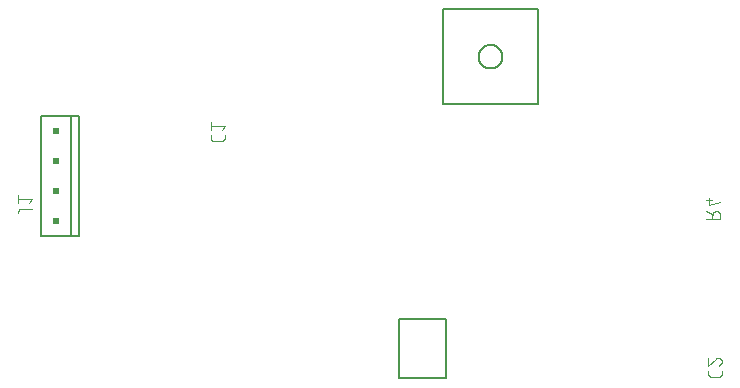
<source format=gbr>
G04 EAGLE Gerber RS-274X export*
G75*
%MOMM*%
%FSLAX34Y34*%
%LPD*%
%INSilkscreen Bottom*%
%IPPOS*%
%AMOC8*
5,1,8,0,0,1.08239X$1,22.5*%
G01*
%ADD10C,0.101600*%
%ADD11C,0.152400*%
%ADD12R,0.508000X0.508000*%
%ADD13C,0.127000*%


D10*
X368708Y555236D02*
X368708Y552639D01*
X368710Y552540D01*
X368716Y552440D01*
X368725Y552341D01*
X368738Y552243D01*
X368755Y552145D01*
X368776Y552047D01*
X368801Y551951D01*
X368829Y551856D01*
X368861Y551762D01*
X368896Y551669D01*
X368935Y551577D01*
X368978Y551487D01*
X369023Y551399D01*
X369073Y551312D01*
X369125Y551228D01*
X369181Y551145D01*
X369239Y551065D01*
X369301Y550987D01*
X369366Y550912D01*
X369434Y550839D01*
X369504Y550769D01*
X369577Y550701D01*
X369652Y550636D01*
X369730Y550574D01*
X369810Y550516D01*
X369893Y550460D01*
X369977Y550408D01*
X370064Y550358D01*
X370152Y550313D01*
X370242Y550270D01*
X370334Y550231D01*
X370427Y550196D01*
X370521Y550164D01*
X370616Y550136D01*
X370712Y550111D01*
X370810Y550090D01*
X370908Y550073D01*
X371006Y550060D01*
X371105Y550051D01*
X371205Y550045D01*
X371304Y550043D01*
X377796Y550043D01*
X377895Y550045D01*
X377995Y550051D01*
X378094Y550060D01*
X378192Y550073D01*
X378290Y550090D01*
X378388Y550111D01*
X378484Y550136D01*
X378579Y550164D01*
X378673Y550196D01*
X378766Y550231D01*
X378858Y550270D01*
X378948Y550313D01*
X379036Y550358D01*
X379123Y550408D01*
X379207Y550460D01*
X379290Y550516D01*
X379370Y550574D01*
X379448Y550636D01*
X379523Y550701D01*
X379596Y550769D01*
X379666Y550839D01*
X379734Y550912D01*
X379799Y550987D01*
X379861Y551065D01*
X379919Y551145D01*
X379975Y551228D01*
X380027Y551312D01*
X380077Y551399D01*
X380122Y551487D01*
X380165Y551577D01*
X380204Y551669D01*
X380239Y551761D01*
X380271Y551856D01*
X380299Y551951D01*
X380324Y552047D01*
X380345Y552145D01*
X380362Y552243D01*
X380375Y552341D01*
X380384Y552440D01*
X380390Y552540D01*
X380392Y552639D01*
X380392Y555236D01*
X377796Y559601D02*
X380392Y562846D01*
X368708Y562846D01*
X368708Y559601D02*
X368708Y566092D01*
X789608Y355601D02*
X789608Y353004D01*
X789610Y352905D01*
X789616Y352805D01*
X789625Y352706D01*
X789638Y352608D01*
X789655Y352510D01*
X789676Y352412D01*
X789701Y352316D01*
X789729Y352221D01*
X789761Y352127D01*
X789796Y352034D01*
X789835Y351942D01*
X789878Y351852D01*
X789923Y351764D01*
X789973Y351677D01*
X790025Y351593D01*
X790081Y351510D01*
X790139Y351430D01*
X790201Y351352D01*
X790266Y351277D01*
X790334Y351204D01*
X790404Y351134D01*
X790477Y351066D01*
X790552Y351001D01*
X790630Y350939D01*
X790710Y350881D01*
X790793Y350825D01*
X790877Y350773D01*
X790964Y350723D01*
X791052Y350678D01*
X791142Y350635D01*
X791234Y350596D01*
X791327Y350561D01*
X791421Y350529D01*
X791516Y350501D01*
X791612Y350476D01*
X791710Y350455D01*
X791808Y350438D01*
X791906Y350425D01*
X792005Y350416D01*
X792105Y350410D01*
X792204Y350408D01*
X798696Y350408D01*
X798795Y350410D01*
X798895Y350416D01*
X798994Y350425D01*
X799092Y350438D01*
X799190Y350455D01*
X799288Y350476D01*
X799384Y350501D01*
X799479Y350529D01*
X799573Y350561D01*
X799666Y350596D01*
X799758Y350635D01*
X799848Y350678D01*
X799936Y350723D01*
X800023Y350773D01*
X800107Y350825D01*
X800190Y350881D01*
X800270Y350939D01*
X800348Y351001D01*
X800423Y351066D01*
X800496Y351134D01*
X800566Y351204D01*
X800634Y351277D01*
X800699Y351352D01*
X800761Y351430D01*
X800819Y351510D01*
X800875Y351593D01*
X800927Y351677D01*
X800977Y351764D01*
X801022Y351852D01*
X801065Y351942D01*
X801104Y352034D01*
X801139Y352126D01*
X801171Y352221D01*
X801199Y352316D01*
X801224Y352412D01*
X801245Y352510D01*
X801262Y352608D01*
X801275Y352706D01*
X801284Y352805D01*
X801290Y352905D01*
X801292Y353004D01*
X801292Y355601D01*
X801292Y363536D02*
X801290Y363643D01*
X801284Y363749D01*
X801274Y363855D01*
X801261Y363961D01*
X801243Y364067D01*
X801222Y364171D01*
X801197Y364275D01*
X801168Y364378D01*
X801136Y364479D01*
X801099Y364579D01*
X801059Y364678D01*
X801016Y364776D01*
X800969Y364872D01*
X800918Y364966D01*
X800864Y365058D01*
X800807Y365148D01*
X800747Y365236D01*
X800683Y365321D01*
X800616Y365404D01*
X800546Y365485D01*
X800474Y365563D01*
X800398Y365639D01*
X800320Y365711D01*
X800239Y365781D01*
X800156Y365848D01*
X800071Y365912D01*
X799983Y365972D01*
X799893Y366029D01*
X799801Y366083D01*
X799707Y366134D01*
X799611Y366181D01*
X799513Y366224D01*
X799414Y366264D01*
X799314Y366301D01*
X799213Y366333D01*
X799110Y366362D01*
X799006Y366387D01*
X798902Y366408D01*
X798796Y366426D01*
X798690Y366439D01*
X798584Y366449D01*
X798478Y366455D01*
X798371Y366457D01*
X801292Y363536D02*
X801290Y363415D01*
X801284Y363294D01*
X801274Y363174D01*
X801261Y363053D01*
X801243Y362934D01*
X801222Y362814D01*
X801197Y362696D01*
X801168Y362579D01*
X801135Y362462D01*
X801099Y362347D01*
X801058Y362233D01*
X801015Y362120D01*
X800967Y362008D01*
X800916Y361899D01*
X800861Y361791D01*
X800803Y361684D01*
X800742Y361580D01*
X800677Y361478D01*
X800609Y361378D01*
X800538Y361280D01*
X800464Y361184D01*
X800387Y361091D01*
X800306Y361001D01*
X800223Y360913D01*
X800137Y360828D01*
X800048Y360745D01*
X799957Y360666D01*
X799863Y360589D01*
X799767Y360516D01*
X799669Y360446D01*
X799568Y360379D01*
X799465Y360315D01*
X799360Y360255D01*
X799253Y360198D01*
X799145Y360144D01*
X799035Y360094D01*
X798923Y360048D01*
X798810Y360005D01*
X798695Y359966D01*
X796099Y365484D02*
X796176Y365563D01*
X796257Y365639D01*
X796340Y365712D01*
X796425Y365782D01*
X796513Y365849D01*
X796603Y365913D01*
X796695Y365973D01*
X796790Y366030D01*
X796886Y366084D01*
X796984Y366135D01*
X797084Y366182D01*
X797186Y366226D01*
X797289Y366266D01*
X797393Y366302D01*
X797499Y366334D01*
X797605Y366363D01*
X797713Y366388D01*
X797821Y366410D01*
X797931Y366427D01*
X798040Y366441D01*
X798150Y366450D01*
X798261Y366456D01*
X798371Y366458D01*
X796099Y365484D02*
X789608Y359966D01*
X789608Y366457D01*
D11*
X250300Y469900D02*
X224900Y469900D01*
X250300Y469900D02*
X250300Y571500D01*
X224900Y571500D01*
X224900Y469900D01*
X250300Y469900D02*
X256650Y469900D01*
X256650Y571500D01*
X250300Y571500D01*
D12*
X237600Y508000D03*
X237600Y533400D03*
X237600Y558800D03*
X237600Y482600D03*
D10*
X217280Y492591D02*
X208192Y492591D01*
X208192Y492590D02*
X208093Y492588D01*
X207993Y492582D01*
X207894Y492573D01*
X207796Y492560D01*
X207698Y492543D01*
X207600Y492522D01*
X207504Y492497D01*
X207409Y492469D01*
X207315Y492437D01*
X207222Y492402D01*
X207130Y492363D01*
X207040Y492320D01*
X206952Y492275D01*
X206865Y492225D01*
X206781Y492173D01*
X206698Y492117D01*
X206618Y492059D01*
X206540Y491997D01*
X206465Y491932D01*
X206392Y491864D01*
X206322Y491794D01*
X206254Y491721D01*
X206189Y491646D01*
X206127Y491568D01*
X206069Y491488D01*
X206013Y491405D01*
X205961Y491321D01*
X205911Y491234D01*
X205866Y491146D01*
X205823Y491056D01*
X205784Y490964D01*
X205749Y490871D01*
X205717Y490777D01*
X205689Y490682D01*
X205664Y490586D01*
X205643Y490488D01*
X205626Y490390D01*
X205613Y490292D01*
X205604Y490193D01*
X205598Y490093D01*
X205596Y489994D01*
X205596Y488696D01*
X214684Y497864D02*
X217280Y501110D01*
X205596Y501110D01*
X205596Y504355D02*
X205596Y497864D01*
D13*
X567800Y399400D02*
X567800Y349400D01*
X527800Y349400D01*
X527800Y399400D01*
X567800Y399400D01*
X645500Y581500D02*
X645500Y661500D01*
X645500Y581500D02*
X565500Y581500D01*
X565500Y661500D01*
X645500Y661500D01*
X595500Y621500D02*
X595503Y621745D01*
X595512Y621991D01*
X595527Y622236D01*
X595548Y622480D01*
X595575Y622724D01*
X595608Y622967D01*
X595647Y623210D01*
X595692Y623451D01*
X595743Y623691D01*
X595800Y623930D01*
X595862Y624167D01*
X595931Y624403D01*
X596005Y624637D01*
X596085Y624869D01*
X596170Y625099D01*
X596261Y625327D01*
X596358Y625552D01*
X596460Y625776D01*
X596568Y625996D01*
X596681Y626214D01*
X596799Y626429D01*
X596923Y626641D01*
X597051Y626850D01*
X597185Y627056D01*
X597324Y627258D01*
X597468Y627457D01*
X597617Y627652D01*
X597770Y627844D01*
X597928Y628032D01*
X598090Y628216D01*
X598258Y628395D01*
X598429Y628571D01*
X598605Y628742D01*
X598784Y628910D01*
X598968Y629072D01*
X599156Y629230D01*
X599348Y629383D01*
X599543Y629532D01*
X599742Y629676D01*
X599944Y629815D01*
X600150Y629949D01*
X600359Y630077D01*
X600571Y630201D01*
X600786Y630319D01*
X601004Y630432D01*
X601224Y630540D01*
X601448Y630642D01*
X601673Y630739D01*
X601901Y630830D01*
X602131Y630915D01*
X602363Y630995D01*
X602597Y631069D01*
X602833Y631138D01*
X603070Y631200D01*
X603309Y631257D01*
X603549Y631308D01*
X603790Y631353D01*
X604033Y631392D01*
X604276Y631425D01*
X604520Y631452D01*
X604764Y631473D01*
X605009Y631488D01*
X605255Y631497D01*
X605500Y631500D01*
X605745Y631497D01*
X605991Y631488D01*
X606236Y631473D01*
X606480Y631452D01*
X606724Y631425D01*
X606967Y631392D01*
X607210Y631353D01*
X607451Y631308D01*
X607691Y631257D01*
X607930Y631200D01*
X608167Y631138D01*
X608403Y631069D01*
X608637Y630995D01*
X608869Y630915D01*
X609099Y630830D01*
X609327Y630739D01*
X609552Y630642D01*
X609776Y630540D01*
X609996Y630432D01*
X610214Y630319D01*
X610429Y630201D01*
X610641Y630077D01*
X610850Y629949D01*
X611056Y629815D01*
X611258Y629676D01*
X611457Y629532D01*
X611652Y629383D01*
X611844Y629230D01*
X612032Y629072D01*
X612216Y628910D01*
X612395Y628742D01*
X612571Y628571D01*
X612742Y628395D01*
X612910Y628216D01*
X613072Y628032D01*
X613230Y627844D01*
X613383Y627652D01*
X613532Y627457D01*
X613676Y627258D01*
X613815Y627056D01*
X613949Y626850D01*
X614077Y626641D01*
X614201Y626429D01*
X614319Y626214D01*
X614432Y625996D01*
X614540Y625776D01*
X614642Y625552D01*
X614739Y625327D01*
X614830Y625099D01*
X614915Y624869D01*
X614995Y624637D01*
X615069Y624403D01*
X615138Y624167D01*
X615200Y623930D01*
X615257Y623691D01*
X615308Y623451D01*
X615353Y623210D01*
X615392Y622967D01*
X615425Y622724D01*
X615452Y622480D01*
X615473Y622236D01*
X615488Y621991D01*
X615497Y621745D01*
X615500Y621500D01*
X615497Y621255D01*
X615488Y621009D01*
X615473Y620764D01*
X615452Y620520D01*
X615425Y620276D01*
X615392Y620033D01*
X615353Y619790D01*
X615308Y619549D01*
X615257Y619309D01*
X615200Y619070D01*
X615138Y618833D01*
X615069Y618597D01*
X614995Y618363D01*
X614915Y618131D01*
X614830Y617901D01*
X614739Y617673D01*
X614642Y617448D01*
X614540Y617224D01*
X614432Y617004D01*
X614319Y616786D01*
X614201Y616571D01*
X614077Y616359D01*
X613949Y616150D01*
X613815Y615944D01*
X613676Y615742D01*
X613532Y615543D01*
X613383Y615348D01*
X613230Y615156D01*
X613072Y614968D01*
X612910Y614784D01*
X612742Y614605D01*
X612571Y614429D01*
X612395Y614258D01*
X612216Y614090D01*
X612032Y613928D01*
X611844Y613770D01*
X611652Y613617D01*
X611457Y613468D01*
X611258Y613324D01*
X611056Y613185D01*
X610850Y613051D01*
X610641Y612923D01*
X610429Y612799D01*
X610214Y612681D01*
X609996Y612568D01*
X609776Y612460D01*
X609552Y612358D01*
X609327Y612261D01*
X609099Y612170D01*
X608869Y612085D01*
X608637Y612005D01*
X608403Y611931D01*
X608167Y611862D01*
X607930Y611800D01*
X607691Y611743D01*
X607451Y611692D01*
X607210Y611647D01*
X606967Y611608D01*
X606724Y611575D01*
X606480Y611548D01*
X606236Y611527D01*
X605991Y611512D01*
X605745Y611503D01*
X605500Y611500D01*
X605255Y611503D01*
X605009Y611512D01*
X604764Y611527D01*
X604520Y611548D01*
X604276Y611575D01*
X604033Y611608D01*
X603790Y611647D01*
X603549Y611692D01*
X603309Y611743D01*
X603070Y611800D01*
X602833Y611862D01*
X602597Y611931D01*
X602363Y612005D01*
X602131Y612085D01*
X601901Y612170D01*
X601673Y612261D01*
X601448Y612358D01*
X601224Y612460D01*
X601004Y612568D01*
X600786Y612681D01*
X600571Y612799D01*
X600359Y612923D01*
X600150Y613051D01*
X599944Y613185D01*
X599742Y613324D01*
X599543Y613468D01*
X599348Y613617D01*
X599156Y613770D01*
X598968Y613928D01*
X598784Y614090D01*
X598605Y614258D01*
X598429Y614429D01*
X598258Y614605D01*
X598090Y614784D01*
X597928Y614968D01*
X597770Y615156D01*
X597617Y615348D01*
X597468Y615543D01*
X597324Y615742D01*
X597185Y615944D01*
X597051Y616150D01*
X596923Y616359D01*
X596799Y616571D01*
X596681Y616786D01*
X596568Y617004D01*
X596460Y617224D01*
X596358Y617448D01*
X596261Y617673D01*
X596170Y617901D01*
X596085Y618131D01*
X596005Y618363D01*
X595931Y618597D01*
X595862Y618833D01*
X595800Y619070D01*
X595743Y619309D01*
X595692Y619549D01*
X595647Y619790D01*
X595608Y620033D01*
X595575Y620276D01*
X595548Y620520D01*
X595527Y620764D01*
X595512Y621009D01*
X595503Y621255D01*
X595500Y621500D01*
D10*
X788208Y484158D02*
X799892Y484158D01*
X799892Y487404D01*
X799890Y487517D01*
X799884Y487630D01*
X799874Y487743D01*
X799860Y487856D01*
X799843Y487968D01*
X799821Y488079D01*
X799796Y488189D01*
X799766Y488299D01*
X799733Y488407D01*
X799696Y488514D01*
X799656Y488620D01*
X799611Y488724D01*
X799563Y488827D01*
X799512Y488928D01*
X799457Y489027D01*
X799399Y489124D01*
X799337Y489219D01*
X799272Y489312D01*
X799204Y489402D01*
X799133Y489490D01*
X799058Y489576D01*
X798981Y489659D01*
X798901Y489739D01*
X798818Y489816D01*
X798732Y489891D01*
X798644Y489962D01*
X798554Y490030D01*
X798461Y490095D01*
X798366Y490157D01*
X798269Y490215D01*
X798170Y490270D01*
X798069Y490321D01*
X797966Y490369D01*
X797862Y490414D01*
X797756Y490454D01*
X797649Y490491D01*
X797541Y490524D01*
X797431Y490554D01*
X797321Y490579D01*
X797210Y490601D01*
X797098Y490618D01*
X796985Y490632D01*
X796872Y490642D01*
X796759Y490648D01*
X796646Y490650D01*
X796533Y490648D01*
X796420Y490642D01*
X796307Y490632D01*
X796194Y490618D01*
X796082Y490601D01*
X795971Y490579D01*
X795861Y490554D01*
X795751Y490524D01*
X795643Y490491D01*
X795536Y490454D01*
X795430Y490414D01*
X795326Y490369D01*
X795223Y490321D01*
X795122Y490270D01*
X795023Y490215D01*
X794926Y490157D01*
X794831Y490095D01*
X794738Y490030D01*
X794648Y489962D01*
X794560Y489891D01*
X794474Y489816D01*
X794391Y489739D01*
X794311Y489659D01*
X794234Y489576D01*
X794159Y489490D01*
X794088Y489402D01*
X794020Y489312D01*
X793955Y489219D01*
X793893Y489124D01*
X793835Y489027D01*
X793780Y488928D01*
X793729Y488827D01*
X793681Y488724D01*
X793636Y488620D01*
X793596Y488514D01*
X793559Y488407D01*
X793526Y488299D01*
X793496Y488189D01*
X793471Y488079D01*
X793449Y487968D01*
X793432Y487856D01*
X793418Y487743D01*
X793408Y487630D01*
X793402Y487517D01*
X793400Y487404D01*
X793401Y487404D02*
X793401Y484158D01*
X793401Y488053D02*
X788208Y490649D01*
X790804Y495514D02*
X799892Y498111D01*
X790804Y495514D02*
X790804Y502005D01*
X793401Y500058D02*
X788208Y500058D01*
M02*

</source>
